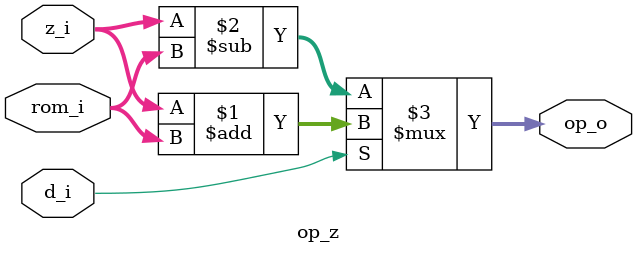
<source format=v>
module op_z #(
  parameter n = 32
) (
  input  signed [n-1:0] z_i,
  input  signed [n-1:0] rom_i,
  input                 d_i,
  output signed [n-1:0] op_o
);

  // d_i = 1 -> Z es negativo
  // d_i = 0 -> Z es positivo
  assign op_o = d_i ? z_i + rom_i : z_i - rom_i;		
  
endmodule
</source>
